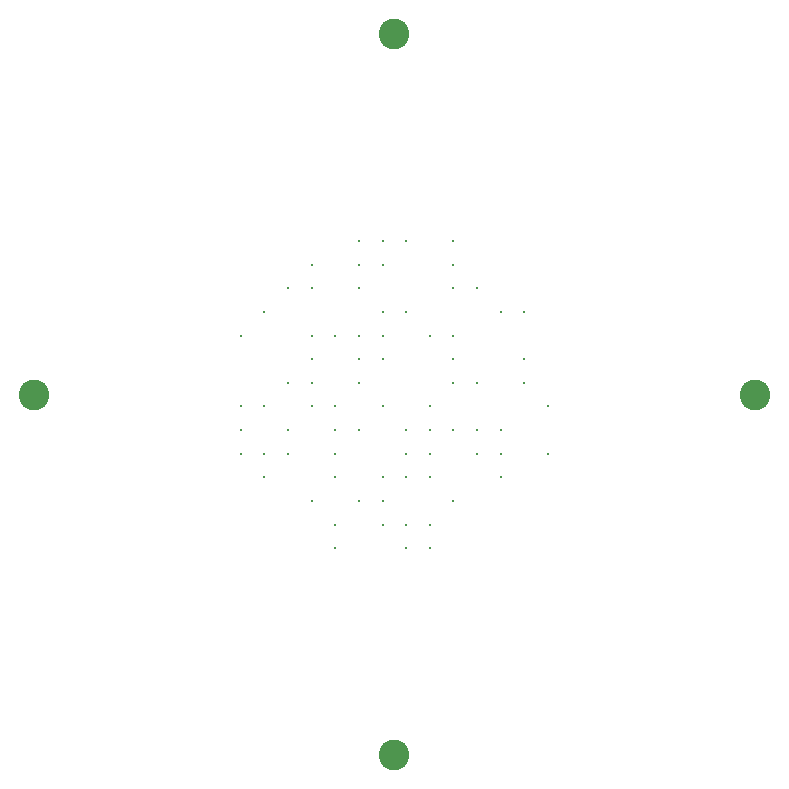
<source format=gbr>
G04 EAGLE Gerber RS-274X export*
G75*
%MOMM*%
%FSLAX34Y34*%
%LPD*%
%INSolderpaste Top*%
%IPPOS*%
%AMOC8*
5,1,8,0,0,1.08239X$1,22.5*%
G01*
%ADD10C,0.3000*%
%ADD11C,2.6000*%


D10*
X280000Y120000D03*
X260000Y120000D03*
X200000Y120000D03*
X200000Y140000D03*
X240000Y140000D03*
X260000Y140000D03*
X280000Y140000D03*
X300000Y160000D03*
X240000Y160000D03*
X220000Y160000D03*
X180000Y160000D03*
X140000Y180000D03*
X200000Y180000D03*
X240000Y180000D03*
X260000Y180000D03*
X280000Y180000D03*
X340000Y180000D03*
X380000Y200000D03*
X340000Y200000D03*
X320000Y200000D03*
X280000Y200000D03*
X260000Y200000D03*
X200000Y200000D03*
X160000Y200000D03*
X140000Y200000D03*
X120000Y200000D03*
X120000Y220000D03*
X160000Y220000D03*
X200000Y220000D03*
X220000Y220000D03*
X260000Y220000D03*
X280000Y220000D03*
X300000Y220000D03*
X320000Y220000D03*
X340000Y220000D03*
X380000Y240000D03*
X280000Y240000D03*
X240000Y240000D03*
X200000Y240000D03*
X180000Y240000D03*
X140000Y240000D03*
X120000Y240000D03*
X160000Y260000D03*
X180000Y260000D03*
X220000Y260000D03*
X300000Y260000D03*
X320000Y260000D03*
X360000Y260000D03*
X360000Y280000D03*
X300000Y280000D03*
X240000Y280000D03*
X220000Y280000D03*
X180000Y280000D03*
X120000Y300000D03*
X180000Y300000D03*
X200000Y300000D03*
X220000Y300000D03*
X240000Y300000D03*
X280000Y300000D03*
X300000Y300000D03*
X360000Y320000D03*
X340000Y320000D03*
X260000Y320000D03*
X240000Y320000D03*
X140000Y320000D03*
X160000Y340000D03*
X180000Y340000D03*
X220000Y340000D03*
X300000Y340000D03*
X320000Y340000D03*
X300000Y360000D03*
X240000Y360000D03*
X220000Y360000D03*
X180000Y360000D03*
X220000Y380000D03*
X240000Y380000D03*
X260000Y380000D03*
X300000Y380000D03*

D11*
X-55000Y250000D03*
X250000Y555000D03*
X555000Y250000D03*
X250000Y-55000D03*

M02*

</source>
